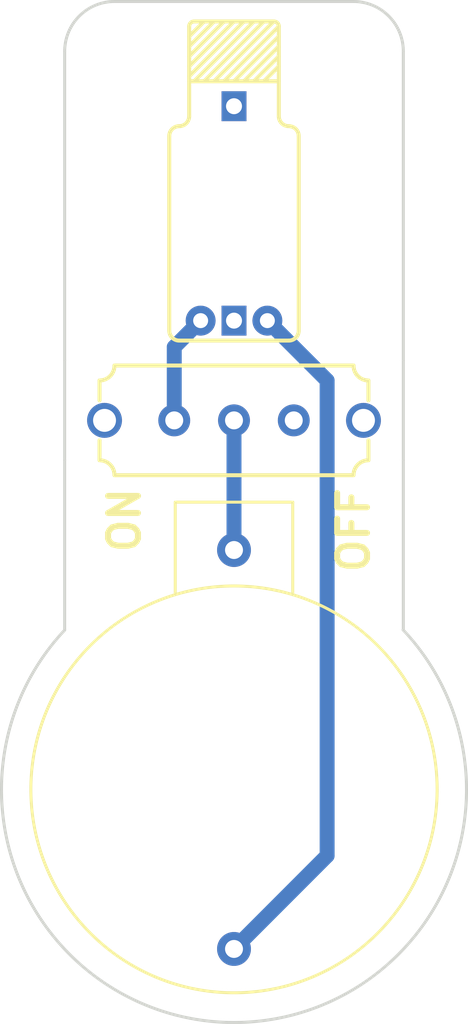
<source format=kicad_pcb>
(kicad_pcb (version 20171130) (host pcbnew 5.0.2-5.fc29)

  (general
    (thickness 1.6)
    (drawings 12)
    (tracks 6)
    (zones 0)
    (modules 3)
    (nets 5)
  )

  (page A4)
  (layers
    (0 F.Cu signal hide)
    (31 B.Cu signal)
    (32 B.Adhes user)
    (33 F.Adhes user)
    (34 B.Paste user)
    (35 F.Paste user)
    (36 B.SilkS user)
    (37 F.SilkS user)
    (38 B.Mask user)
    (39 F.Mask user)
    (40 Dwgs.User user)
    (41 Cmts.User user)
    (42 Eco1.User user)
    (43 Eco2.User user)
    (44 Edge.Cuts user)
    (45 Margin user)
    (46 B.CrtYd user)
    (47 F.CrtYd user)
    (48 B.Fab user)
    (49 F.Fab user hide)
  )

  (setup
    (last_trace_width 0.75)
    (user_trace_width 0.5)
    (user_trace_width 0.6)
    (user_trace_width 0.75)
    (user_trace_width 0.8)
    (user_trace_width 1)
    (trace_clearance 0.2)
    (zone_clearance 0.508)
    (zone_45_only no)
    (trace_min 0.2)
    (segment_width 0.2)
    (edge_width 0.15)
    (via_size 0.8)
    (via_drill 0.4)
    (via_min_size 0.4)
    (via_min_drill 0.3)
    (uvia_size 0.3)
    (uvia_drill 0.1)
    (uvias_allowed no)
    (uvia_min_size 0.2)
    (uvia_min_drill 0.1)
    (pcb_text_width 0.3)
    (pcb_text_size 1.5 1.5)
    (mod_edge_width 0.15)
    (mod_text_size 1 1)
    (mod_text_width 0.15)
    (pad_size 1.524 1.524)
    (pad_drill 0.762)
    (pad_to_mask_clearance 0.051)
    (solder_mask_min_width 0.25)
    (aux_axis_origin 0 0)
    (visible_elements FFFFFF7F)
    (pcbplotparams
      (layerselection 0x010fc_ffffffff)
      (usegerberextensions false)
      (usegerberattributes false)
      (usegerberadvancedattributes false)
      (creategerberjobfile false)
      (excludeedgelayer true)
      (linewidth 0.100000)
      (plotframeref false)
      (viasonmask false)
      (mode 1)
      (useauxorigin false)
      (hpglpennumber 1)
      (hpglpenspeed 20)
      (hpglpendiameter 15.000000)
      (psnegative false)
      (psa4output false)
      (plotreference true)
      (plotvalue true)
      (plotinvisibletext false)
      (padsonsilk false)
      (subtractmaskfromsilk false)
      (outputformat 1)
      (mirror false)
      (drillshape 1)
      (scaleselection 1)
      (outputdirectory ""))
  )

  (net 0 "")
  (net 1 "Net-(M1-Pad1)")
  (net 2 "Net-(BT1-Pad2)")
  (net 3 "Net-(BT1-Pad1)")
  (net 4 "Net-(SW1-Pad3)")

  (net_class Default "This is the default net class."
    (clearance 0.2)
    (trace_width 0.25)
    (via_dia 0.8)
    (via_drill 0.4)
    (uvia_dia 0.3)
    (uvia_drill 0.1)
    (add_net "Net-(BT1-Pad1)")
    (add_net "Net-(BT1-Pad2)")
    (add_net "Net-(M1-Pad1)")
    (add_net "Net-(SW1-Pad3)")
  )

  (module GiraffeTech-Battery:BL-25T-GLT (layer F.Cu) (tedit 5CA4EBEE) (tstamp 5D906B8E)
    (at 165 94.5 270)
    (path /5D8300CF)
    (fp_text reference BT1 (at 12 -12 270) (layer F.SilkS) hide
      (effects (font (size 1 1) (thickness 0.15)))
    )
    (fp_text value CR2032 (at 12 12 270) (layer F.Fab)
      (effects (font (size 1 1) (thickness 0.15)))
    )
    (fp_circle (center 12 0) (end 22 2) (layer F.SilkS) (width 0.15))
    (fp_line (start -2.4 -2.95) (end -2.4 2.95) (layer F.SilkS) (width 0.15))
    (fp_line (start -2.4 2.95) (end 2.2 2.95) (layer F.SilkS) (width 0.15))
    (fp_line (start -2.4 -2.95) (end 2.2 -2.95) (layer F.SilkS) (width 0.15))
    (pad 2 thru_hole circle (at 20 0 270) (size 1.7 1.7) (drill 0.9) (layers *.Cu *.Mask)
      (net 2 "Net-(BT1-Pad2)"))
    (pad 1 thru_hole circle (at 0 0 270) (size 1.7 1.7) (drill 0.9) (layers *.Cu *.Mask)
      (net 3 "Net-(BT1-Pad1)"))
  )

  (module "GiraffeTech-Electromechanical:SS-12F108- G10" (layer F.Cu) (tedit 5D8377E7) (tstamp 5D906976)
    (at 165 88)
    (path /5D83146F)
    (fp_text reference SW1 (at 0 -3.75) (layer F.SilkS) hide
      (effects (font (size 1 1) (thickness 0.15)))
    )
    (fp_text value SW_SPDT (at 0 4) (layer F.Fab)
      (effects (font (size 1 1) (thickness 0.15)))
    )
    (fp_line (start 6.75 -2) (end 6.75 -1) (layer F.SilkS) (width 0.2))
    (fp_line (start 6.75 1) (end 6.75 2) (layer F.SilkS) (width 0.2))
    (fp_line (start -6.75 1) (end -6.75 2) (layer F.SilkS) (width 0.2))
    (fp_arc (start 6.75 -2.75) (end 6 -2.75) (angle -90) (layer F.SilkS) (width 0.2))
    (fp_arc (start -6.75 -2.75) (end -6.75 -2) (angle -90) (layer F.SilkS) (width 0.2))
    (fp_arc (start -6.75 2.75) (end -6 2.75) (angle -90) (layer F.SilkS) (width 0.2))
    (fp_arc (start 6.75 2.75) (end 6.75 2) (angle -90) (layer F.SilkS) (width 0.2))
    (fp_line (start -6 2.75) (end 6 2.75) (layer F.SilkS) (width 0.2))
    (fp_line (start -6 -2.75) (end 6 -2.75) (layer F.SilkS) (width 0.2))
    (fp_line (start -6.75 -2) (end -6.75 -1) (layer F.SilkS) (width 0.2))
    (pad MP thru_hole circle (at 6.5 0) (size 1.75 1.75) (drill 1.15) (layers *.Cu *.Mask))
    (pad MP thru_hole circle (at -6.5 0) (size 1.75 1.75) (drill 1.15) (layers *.Cu *.Mask))
    (pad 3 thru_hole circle (at 3 0) (size 1.6 1.6) (drill 0.9) (layers *.Cu *.Mask)
      (net 4 "Net-(SW1-Pad3)"))
    (pad 2 thru_hole circle (at 0 0) (size 1.6 1.6) (drill 0.9) (layers *.Cu *.Mask)
      (net 3 "Net-(BT1-Pad1)"))
    (pad 1 thru_hole circle (at -3 0) (size 1.6 1.6) (drill 0.9) (layers *.Cu *.Mask)
      (net 1 "Net-(M1-Pad1)"))
  )

  (module GiraffeTech-Electromechanical:VibrationMotor_0601 (layer F.Cu) (tedit 5D837284) (tstamp 5D906963)
    (at 165 77.5)
    (path /5D830359)
    (fp_text reference M1 (at 0 -10.5) (layer F.SilkS) hide
      (effects (font (size 1 1) (thickness 0.15)))
    )
    (fp_text value Vibrator (at 0 7.5) (layer F.Fab)
      (effects (font (size 1 1) (thickness 0.15)))
    )
    (fp_arc (start -2.75 -3.75) (end -2.75 -4.25) (angle -90) (layer F.SilkS) (width 0.2))
    (fp_arc (start 2.75 -3.75) (end 3.25 -3.75) (angle -90) (layer F.SilkS) (width 0.2))
    (fp_arc (start 2.75 6) (end 2.75 6.5) (angle -90) (layer F.SilkS) (width 0.2))
    (fp_arc (start -2.75 6) (end -3.25 6) (angle -90) (layer F.SilkS) (width 0.2))
    (fp_arc (start 2.75 -4.75) (end 2.25 -4.75) (angle -90) (layer F.SilkS) (width 0.2))
    (fp_arc (start -2.75 -4.75) (end -2.75 -4.25) (angle -90) (layer F.SilkS) (width 0.2))
    (fp_arc (start -2 -9.25) (end -2 -9.5) (angle -90) (layer F.SilkS) (width 0.2))
    (fp_arc (start 2 -9.25) (end 2.25 -9.25) (angle -90) (layer F.SilkS) (width 0.2))
    (fp_line (start 1.5 -6.5) (end 2.25 -7.25) (layer F.SilkS) (width 0.2))
    (fp_line (start 1 -6.5) (end 2.25 -7.75) (layer F.SilkS) (width 0.2))
    (fp_line (start 0.5 -6.5) (end 2.25 -8.25) (layer F.SilkS) (width 0.2))
    (fp_line (start 0 -6.5) (end 2.25 -8.75) (layer F.SilkS) (width 0.2))
    (fp_line (start -0.5 -6.5) (end 2.25 -9.25) (layer F.SilkS) (width 0.2))
    (fp_line (start -1 -6.5) (end 2 -9.5) (layer F.SilkS) (width 0.2))
    (fp_line (start -1.5 -6.5) (end 1.5 -9.5) (layer F.SilkS) (width 0.2))
    (fp_line (start -2 -6.5) (end 1 -9.5) (layer F.SilkS) (width 0.2))
    (fp_line (start -2.25 -6.75) (end 0.5 -9.5) (layer F.SilkS) (width 0.2))
    (fp_line (start -2.25 -7.25) (end 0 -9.5) (layer F.SilkS) (width 0.2))
    (fp_line (start -2.25 -7.75) (end -0.5 -9.5) (layer F.SilkS) (width 0.2))
    (fp_line (start -2.25 -8.25) (end -1 -9.5) (layer F.SilkS) (width 0.2))
    (fp_line (start -2.25 -8.75) (end -1.5 -9.5) (layer F.SilkS) (width 0.2))
    (fp_line (start -2.25 -6.5) (end 2.25 -6.5) (layer F.SilkS) (width 0.2))
    (fp_line (start 2.25 -4.75) (end 2.25 -9.25) (layer F.SilkS) (width 0.2))
    (fp_line (start -2.25 -4.75) (end -2.25 -9.25) (layer F.SilkS) (width 0.2))
    (fp_line (start 3.25 6) (end 3.25 -3.75) (layer F.SilkS) (width 0.2))
    (fp_line (start -3.25 6) (end -3.25 -3.75) (layer F.SilkS) (width 0.2))
    (fp_line (start -2 -9.5) (end 2 -9.5) (layer F.SilkS) (width 0.2))
    (fp_line (start -2.75 6.5) (end 2.75 6.5) (layer F.SilkS) (width 0.2))
    (pad 2 thru_hole circle (at 1.675 5.5) (size 1.5 1.5) (drill 0.75) (layers *.Cu *.Mask)
      (net 2 "Net-(BT1-Pad2)"))
    (pad 1 thru_hole circle (at -1.675 5.5) (size 1.5 1.5) (drill 0.75) (layers *.Cu *.Mask)
      (net 1 "Net-(M1-Pad1)"))
    (pad MP thru_hole rect (at 0 -5.25) (size 1.25 1.5) (drill 0.8) (layers *.Cu *.Mask))
    (pad MP thru_hole rect (at 0 5.5) (size 1.25 1.5) (drill 0.8) (layers *.Cu *.Mask))
  )

  (gr_text OFF (at 171 93.5 90) (layer F.SilkS) (tstamp 5D906CAE)
    (effects (font (size 1.5 1.5) (thickness 0.3)))
  )
  (gr_text ON (at 159.5 93 90) (layer F.SilkS)
    (effects (font (size 1.5 1.5) (thickness 0.3)))
  )
  (gr_arc (start 171 69.5) (end 173.5 69.5) (angle -90) (layer Edge.Cuts) (width 0.15) (tstamp 5D906C54))
  (gr_arc (start 159 69.5) (end 159 67) (angle -90) (layer Edge.Cuts) (width 0.15) (tstamp 5D906C50))
  (gr_line (start 173.5 85) (end 173.5 69.5) (layer Edge.Cuts) (width 0.15) (tstamp 5D906C92))
  (gr_line (start 156.5 85) (end 156.5 69.5) (layer Edge.Cuts) (width 0.15))
  (gr_arc (start 165 106.514693) (end 156.500001 98.514694) (angle -266.6277184) (layer Edge.Cuts) (width 0.15))
  (gr_line (start 173.5 90) (end 173.5 98.5) (layer Edge.Cuts) (width 0.15))
  (gr_line (start 156.5 90) (end 156.5 98.5) (layer Edge.Cuts) (width 0.15))
  (gr_line (start 173.5 90) (end 173.5 85) (layer Edge.Cuts) (width 0.15))
  (gr_line (start 159 67) (end 171 67) (layer Edge.Cuts) (width 0.15))
  (gr_line (start 156.5 90) (end 156.5 85) (layer Edge.Cuts) (width 0.15))

  (segment (start 162 84.325) (end 163.325 83) (width 0.75) (layer B.Cu) (net 1))
  (segment (start 162 88) (end 162 84.325) (width 0.75) (layer B.Cu) (net 1))
  (segment (start 169.675 109.825) (end 165 114.5) (width 0.75) (layer B.Cu) (net 2))
  (segment (start 166.675 83) (end 169.675 86) (width 0.75) (layer B.Cu) (net 2))
  (segment (start 169.675 86) (end 169.675 109.825) (width 0.75) (layer B.Cu) (net 2))
  (segment (start 165 94.5) (end 165 88) (width 0.75) (layer B.Cu) (net 3))

)

</source>
